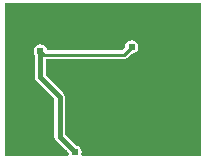
<source format=gbl>
G04 Layer_Physical_Order=2*
G04 Layer_Color=16711680*
%FSLAX24Y24*%
%MOIN*%
G70*
G01*
G75*
%ADD23C,0.0150*%
%ADD24C,0.0100*%
%ADD27C,0.0240*%
%ADD28C,0.0260*%
G36*
X3247Y-2047D02*
X-698D01*
X-729Y-1997D01*
X-716Y-1930D01*
X-733Y-1844D01*
X-781Y-1771D01*
X-854Y-1723D01*
X-905Y-1713D01*
X-1281Y-1337D01*
Y-72D01*
X-1281Y-72D01*
X-1295Y-4D01*
X-1333Y54D01*
X-1920Y640D01*
Y1167D01*
X680D01*
X739Y1179D01*
X788Y1212D01*
X933Y1357D01*
X940Y1356D01*
X1026Y1373D01*
X1099Y1421D01*
X1147Y1494D01*
X1164Y1580D01*
X1147Y1666D01*
X1099Y1739D01*
X1026Y1787D01*
X940Y1804D01*
X854Y1787D01*
X781Y1739D01*
X733Y1666D01*
X716Y1580D01*
X717Y1573D01*
X617Y1473D01*
X-1879D01*
X-1891Y1533D01*
X-1940Y1606D01*
X-2013Y1655D01*
X-2098Y1672D01*
X-2184Y1655D01*
X-2257Y1606D01*
X-2306Y1533D01*
X-2323Y1448D01*
X-2306Y1362D01*
X-2277Y1319D01*
Y567D01*
X-2263Y498D01*
X-2225Y440D01*
X-1638Y-146D01*
Y-1411D01*
X-1624Y-1479D01*
X-1586Y-1537D01*
X-1157Y-1965D01*
X-1151Y-1997D01*
X-1182Y-2047D01*
X-3277D01*
Y3037D01*
X3247D01*
Y-2047D01*
D02*
G37*
D23*
X-1459Y-1411D02*
Y-72D01*
X-2098Y567D02*
X-1459Y-72D01*
X-2098Y567D02*
Y1448D01*
X-1459Y-1411D02*
X-940Y-1930D01*
D24*
X680Y1320D02*
X940Y1580D01*
X-1971Y1320D02*
X680D01*
X-2098Y1448D02*
X-1971Y1320D01*
D27*
X-320Y1590D02*
D03*
X2372Y138D02*
D03*
X-2130Y2920D02*
D03*
X-1370D02*
D03*
X2590Y1010D02*
D03*
Y680D02*
D03*
X-2620Y750D02*
D03*
X-1180Y-1181D02*
D03*
X-940Y-1930D02*
D03*
X2750Y-940D02*
D03*
X-1310Y-1940D02*
D03*
X940Y1580D02*
D03*
X-2720Y1150D02*
D03*
X-2098Y1448D02*
D03*
X-3160Y2920D02*
D03*
X-2070Y1790D02*
D03*
X-3160Y1490D02*
D03*
X-360Y2920D02*
D03*
X980D02*
D03*
X1220Y2340D02*
D03*
X1550D02*
D03*
X940Y2010D02*
D03*
X3130Y2920D02*
D03*
X1940Y2410D02*
D03*
X2950Y1280D02*
D03*
X3130Y140D02*
D03*
X2400Y-530D02*
D03*
X3130D02*
D03*
X2030Y-1890D02*
D03*
X3130D02*
D03*
X-3160Y-1930D02*
D03*
Y-1380D02*
D03*
X-2790Y-80D02*
D03*
X-1480Y2060D02*
D03*
D28*
X-709Y709D02*
D03*
X-236D02*
D03*
X236D02*
D03*
X709D02*
D03*
X-709Y236D02*
D03*
X-236D02*
D03*
X236D02*
D03*
X709D02*
D03*
X-709Y-236D02*
D03*
X-236D02*
D03*
X236D02*
D03*
X709D02*
D03*
X-709Y-709D02*
D03*
X-236D02*
D03*
X236D02*
D03*
X709D02*
D03*
M02*

</source>
